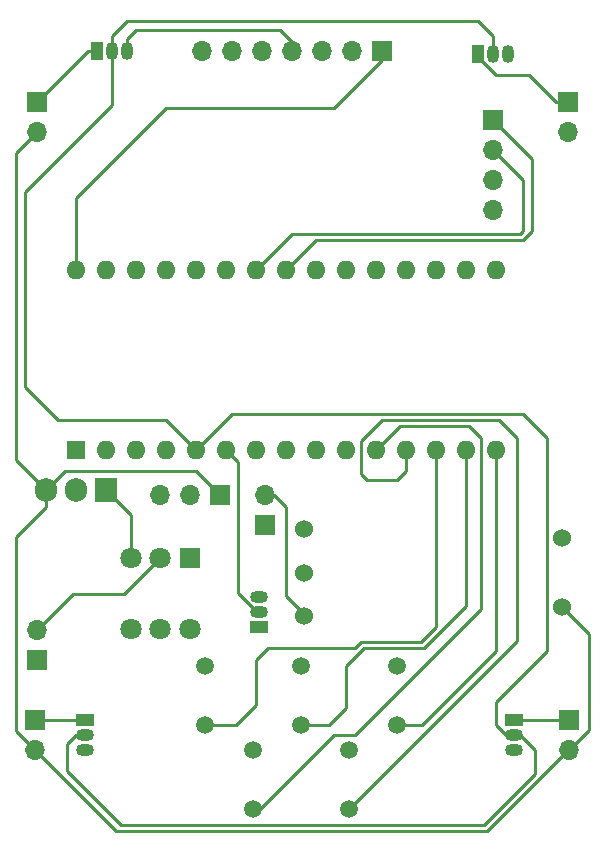
<source format=gbr>
%TF.GenerationSoftware,KiCad,Pcbnew,7.0.7*%
%TF.CreationDate,2025-03-26T10:17:05+05:30*%
%TF.ProjectId,VibAndHeat_Version1,56696241-6e64-4486-9561-745f56657273,rev?*%
%TF.SameCoordinates,Original*%
%TF.FileFunction,Copper,L1,Top*%
%TF.FilePolarity,Positive*%
%FSLAX46Y46*%
G04 Gerber Fmt 4.6, Leading zero omitted, Abs format (unit mm)*
G04 Created by KiCad (PCBNEW 7.0.7) date 2025-03-26 10:17:05*
%MOMM*%
%LPD*%
G01*
G04 APERTURE LIST*
%TA.AperFunction,ComponentPad*%
%ADD10R,1.500000X1.050000*%
%TD*%
%TA.AperFunction,ComponentPad*%
%ADD11O,1.500000X1.050000*%
%TD*%
%TA.AperFunction,ComponentPad*%
%ADD12R,1.700000X1.700000*%
%TD*%
%TA.AperFunction,ComponentPad*%
%ADD13O,1.700000X1.700000*%
%TD*%
%TA.AperFunction,ComponentPad*%
%ADD14R,1.600000X1.600000*%
%TD*%
%TA.AperFunction,ComponentPad*%
%ADD15O,1.600000X1.600000*%
%TD*%
%TA.AperFunction,ComponentPad*%
%ADD16R,1.050000X1.500000*%
%TD*%
%TA.AperFunction,ComponentPad*%
%ADD17O,1.050000X1.500000*%
%TD*%
%TA.AperFunction,ComponentPad*%
%ADD18R,1.905000X2.000000*%
%TD*%
%TA.AperFunction,ComponentPad*%
%ADD19O,1.905000X2.000000*%
%TD*%
%TA.AperFunction,ComponentPad*%
%ADD20C,1.524000*%
%TD*%
%TA.AperFunction,ComponentPad*%
%ADD21C,1.508000*%
%TD*%
%TA.AperFunction,ComponentPad*%
%ADD22R,1.800000X1.800000*%
%TD*%
%TA.AperFunction,ComponentPad*%
%ADD23C,1.800000*%
%TD*%
%TA.AperFunction,Conductor*%
%ADD24C,0.250000*%
%TD*%
G04 APERTURE END LIST*
D10*
%TO.P,Q2,1,E*%
%TO.N,Net-(J2-Pin_1)*%
X121158000Y-123698000D03*
D11*
%TO.P,Q2,2,B*%
%TO.N,VT-Motor*%
X121158000Y-124968000D03*
%TO.P,Q2,3,C*%
%TO.N,GND*%
X121158000Y-126238000D03*
%TD*%
D12*
%TO.P,J3,1,Pin_1*%
%TO.N,Net-(J3-Pin_1)*%
X162052000Y-71374000D03*
D13*
%TO.P,J3,2,Pin_2*%
%TO.N,Input_5v*%
X162052000Y-73914000D03*
%TD*%
D14*
%TO.P,Microcontroller1,1,D1/TX*%
%TO.N,unconnected-(Microcontroller1-D1{slash}TX-Pad1)*%
X120396000Y-100838000D03*
D15*
%TO.P,Microcontroller1,2,D0/RX*%
%TO.N,unconnected-(Microcontroller1-D0{slash}RX-Pad2)*%
X122936000Y-100838000D03*
%TO.P,Microcontroller1,3,~{RESET}*%
%TO.N,unconnected-(Microcontroller1-~{RESET}-Pad3)*%
X125476000Y-100838000D03*
%TO.P,Microcontroller1,4,GND*%
%TO.N,GND*%
X128016000Y-100838000D03*
%TO.P,Microcontroller1,5,D2*%
%TO.N,VT-Motor*%
X130556000Y-100838000D03*
%TO.P,Microcontroller1,6,D3*%
%TO.N,HT-Heater*%
X133096000Y-100838000D03*
%TO.P,Microcontroller1,7,D4*%
%TO.N,HT-Sensor*%
X135636000Y-100838000D03*
%TO.P,Microcontroller1,8,D5*%
%TO.N,TT-Enable*%
X138176000Y-100838000D03*
%TO.P,Microcontroller1,9,D6*%
%TO.N,TT-Input1*%
X140716000Y-100838000D03*
%TO.P,Microcontroller1,10,D7*%
%TO.N,TT-Input2*%
X143256000Y-100838000D03*
%TO.P,Microcontroller1,11,D8*%
%TO.N,SW-Start*%
X145796000Y-100838000D03*
%TO.P,Microcontroller1,12,D9*%
%TO.N,SW-Reset*%
X148336000Y-100838000D03*
%TO.P,Microcontroller1,13,D10*%
%TO.N,SW-Vibration*%
X150876000Y-100838000D03*
%TO.P,Microcontroller1,14,D11*%
%TO.N,SW-Heat*%
X153416000Y-100838000D03*
%TO.P,Microcontroller1,15,D12*%
%TO.N,SW-Tens*%
X155956000Y-100838000D03*
%TO.P,Microcontroller1,16,D13*%
%TO.N,unconnected-(Microcontroller1-D13-Pad16)*%
X155956000Y-85598000D03*
%TO.P,Microcontroller1,17,3V3*%
%TO.N,Output-3v3*%
X153416000Y-85598000D03*
%TO.P,Microcontroller1,18,AREF*%
%TO.N,unconnected-(Microcontroller1-AREF-Pad18)*%
X150876000Y-85598000D03*
%TO.P,Microcontroller1,19,A0*%
%TO.N,unconnected-(Microcontroller1-A0-Pad19)*%
X148336000Y-85598000D03*
%TO.P,Microcontroller1,20,A1*%
%TO.N,unconnected-(Microcontroller1-A1-Pad20)*%
X145796000Y-85598000D03*
%TO.P,Microcontroller1,21,A2*%
%TO.N,unconnected-(Microcontroller1-A2-Pad21)*%
X143256000Y-85598000D03*
%TO.P,Microcontroller1,22,A3*%
%TO.N,unconnected-(Microcontroller1-A3-Pad22)*%
X140716000Y-85598000D03*
%TO.P,Microcontroller1,23,A4*%
%TO.N,SDA_Display*%
X138176000Y-85598000D03*
%TO.P,Microcontroller1,24,A5*%
%TO.N,SCL_Display*%
X135636000Y-85598000D03*
%TO.P,Microcontroller1,25,A6*%
%TO.N,unconnected-(Microcontroller1-A6-Pad25)*%
X133096000Y-85598000D03*
%TO.P,Microcontroller1,26,A7*%
%TO.N,unconnected-(Microcontroller1-A7-Pad26)*%
X130556000Y-85598000D03*
%TO.P,Microcontroller1,27,+5V*%
%TO.N,unconnected-(Microcontroller1-+5V-Pad27)*%
X128016000Y-85598000D03*
%TO.P,Microcontroller1,28,~{RESET}*%
%TO.N,unconnected-(Microcontroller1-~{RESET}-Pad28)*%
X125476000Y-85598000D03*
%TO.P,Microcontroller1,29,GND*%
%TO.N,GND*%
X122936000Y-85598000D03*
%TO.P,Microcontroller1,30,VIN*%
%TO.N,Input_7v4*%
X120396000Y-85598000D03*
%TD*%
D12*
%TO.P,J1,1,Pin_1*%
%TO.N,Net-(J1-Pin_1)*%
X117094000Y-71374000D03*
D13*
%TO.P,J1,2,Pin_2*%
%TO.N,Input_5v*%
X117094000Y-73914000D03*
%TD*%
D16*
%TO.P,Q1,1,E*%
%TO.N,Net-(J1-Pin_1)*%
X122174000Y-67056000D03*
D17*
%TO.P,Q1,2,B*%
%TO.N,VT-Motor*%
X123444000Y-67056000D03*
%TO.P,Q1,3,C*%
%TO.N,GND*%
X124714000Y-67056000D03*
%TD*%
D12*
%TO.P,J6,1,Pin_1*%
%TO.N,GND*%
X117094000Y-118618000D03*
D13*
%TO.P,J6,2,Pin_2*%
%TO.N,Net-(J6-Pin_2)*%
X117094000Y-116078000D03*
%TD*%
D10*
%TO.P,Q5,1,E*%
%TO.N,Net-(J5-Pin_1)*%
X135890000Y-115824000D03*
D11*
%TO.P,Q5,2,B*%
%TO.N,HT-Heater*%
X135890000Y-114554000D03*
%TO.P,Q5,3,C*%
%TO.N,Net-(Q5-C)*%
X135890000Y-113284000D03*
%TD*%
D16*
%TO.P,Q3,1,E*%
%TO.N,Net-(J3-Pin_1)*%
X154432000Y-67310000D03*
D17*
%TO.P,Q3,2,B*%
%TO.N,VT-Motor*%
X155702000Y-67310000D03*
%TO.P,Q3,3,C*%
%TO.N,GND*%
X156972000Y-67310000D03*
%TD*%
D18*
%TO.P,U3,1,IN*%
%TO.N,Input_7v4*%
X122936000Y-104211000D03*
D19*
%TO.P,U3,2,GND*%
%TO.N,GND*%
X120396000Y-104211000D03*
%TO.P,U3,3,OUT*%
%TO.N,Input_5v*%
X117856000Y-104211000D03*
%TD*%
D20*
%TO.P,U2,1,VIN*%
%TO.N,Input_5v*%
X161544000Y-114124000D03*
%TO.P,U2,2,GND1*%
%TO.N,GND*%
X161544000Y-108282000D03*
%TO.P,U2,3,VOUT+*%
%TO.N,Net-(J5-Pin_2)*%
X139700000Y-114886000D03*
%TO.P,U2,4,GND2*%
%TO.N,Net-(Q5-C)*%
X139700000Y-111203000D03*
%TO.P,U2,5,VOUT-*%
%TO.N,unconnected-(U2-VOUT--Pad5)*%
X139700000Y-107520000D03*
%TD*%
D12*
%TO.P,J4,1,Pin_1*%
%TO.N,Net-(J4-Pin_1)*%
X162158000Y-123698000D03*
D13*
%TO.P,J4,2,Pin_2*%
%TO.N,Input_5v*%
X162158000Y-126238000D03*
%TD*%
D12*
%TO.P,J2,1,Pin_1*%
%TO.N,Net-(J2-Pin_1)*%
X116946000Y-123698000D03*
D13*
%TO.P,J2,2,Pin_2*%
%TO.N,Input_5v*%
X116946000Y-126238000D03*
%TD*%
D10*
%TO.P,Q4,1,E*%
%TO.N,Net-(J4-Pin_1)*%
X157480000Y-123698000D03*
D11*
%TO.P,Q4,2,B*%
%TO.N,VT-Motor*%
X157480000Y-124968000D03*
%TO.P,Q4,3,C*%
%TO.N,GND*%
X157480000Y-126238000D03*
%TD*%
D12*
%TO.P,U1,1,VCC*%
%TO.N,Input_5v*%
X132588000Y-104648000D03*
D13*
%TO.P,U1,2,IO*%
%TO.N,HT-Sensor*%
X130048000Y-104648000D03*
%TO.P,U1,3,GND*%
%TO.N,GND*%
X127508000Y-104648000D03*
%TD*%
D21*
%TO.P,Button5,1*%
%TO.N,SW-Tens*%
X147574000Y-124126000D03*
%TO.P,Button5,2*%
%TO.N,GND*%
X147574000Y-119126000D03*
%TD*%
D12*
%TO.P,J7,1,Pin_1*%
%TO.N,SDA_Display*%
X155702000Y-72898000D03*
D13*
%TO.P,J7,2,Pin_2*%
%TO.N,SCL_Display*%
X155702000Y-75438000D03*
%TO.P,J7,3,Pin_3*%
%TO.N,Output-3v3*%
X155702000Y-77978000D03*
%TO.P,J7,4,Pin_4*%
%TO.N,GND*%
X155702000Y-80518000D03*
%TD*%
D21*
%TO.P,Button2,1*%
%TO.N,SW-Reset*%
X143510000Y-131238000D03*
%TO.P,Button2,2*%
%TO.N,GND*%
X143510000Y-126238000D03*
%TD*%
%TO.P,Button4,1*%
%TO.N,SW-Heat*%
X139446000Y-124126000D03*
%TO.P,Button4,2*%
%TO.N,GND*%
X139446000Y-119126000D03*
%TD*%
%TO.P,Button3,1*%
%TO.N,SW-Vibration*%
X131318000Y-124126000D03*
%TO.P,Button3,2*%
%TO.N,GND*%
X131318000Y-119126000D03*
%TD*%
%TO.P,Button1,1*%
%TO.N,SW-Start*%
X135382000Y-131238000D03*
%TO.P,Button1,2*%
%TO.N,GND*%
X135382000Y-126238000D03*
%TD*%
D22*
%TO.P,SW1,1,A*%
%TO.N,unconnected-(SW1-A-Pad1)*%
X130048000Y-109982000D03*
D23*
%TO.P,SW1,2,B*%
%TO.N,Net-(J6-Pin_2)*%
X127548000Y-109982000D03*
%TO.P,SW1,3,C*%
%TO.N,Input_7v4*%
X125048000Y-109982000D03*
%TO.P,SW1,4,A*%
%TO.N,unconnected-(SW1-A-Pad4)*%
X130048000Y-115982000D03*
%TO.P,SW1,5,B*%
%TO.N,unconnected-(SW1-B-Pad5)*%
X127548000Y-115982000D03*
%TO.P,SW1,6,C*%
%TO.N,unconnected-(SW1-C-Pad6)*%
X125048000Y-115982000D03*
%TD*%
D12*
%TO.P,J8,1,Pin_1*%
%TO.N,Input_7v4*%
X146309000Y-67056000D03*
D13*
%TO.P,J8,2,Pin_2*%
%TO.N,Input_5v*%
X143769000Y-67056000D03*
%TO.P,J8,3,Pin_3*%
%TO.N,Output-3v3*%
X141229000Y-67056000D03*
%TO.P,J8,4,Pin_4*%
%TO.N,GND*%
X138689000Y-67056000D03*
%TO.P,J8,5,Pin_5*%
%TO.N,TT-Input2*%
X136149000Y-67056000D03*
%TO.P,J8,6,Pin_6*%
%TO.N,TT-Input1*%
X133609000Y-67056000D03*
%TO.P,J8,7,Pin_7*%
%TO.N,TT-Enable*%
X131069000Y-67056000D03*
%TD*%
D12*
%TO.P,J5,1,Pin_1*%
%TO.N,Net-(J5-Pin_1)*%
X136398000Y-107193000D03*
D13*
%TO.P,J5,2,Pin_2*%
%TO.N,Net-(J5-Pin_2)*%
X136398000Y-104653000D03*
%TD*%
D24*
%TO.N,SW-Start*%
X154686000Y-99822000D02*
X154686000Y-114300000D01*
X145796000Y-100838000D02*
X147828000Y-98806000D01*
X147828000Y-98806000D02*
X153670000Y-98806000D01*
X135970000Y-131238000D02*
X135382000Y-131238000D01*
X153670000Y-98806000D02*
X154686000Y-99822000D01*
X144018000Y-124968000D02*
X142240000Y-124968000D01*
X154686000Y-114300000D02*
X144018000Y-124968000D01*
X142240000Y-124968000D02*
X135970000Y-131238000D01*
%TO.N,GND*%
X137668000Y-65278000D02*
X138689000Y-66299000D01*
X125476000Y-65278000D02*
X137668000Y-65278000D01*
X124714000Y-67056000D02*
X124714000Y-66040000D01*
X138689000Y-66299000D02*
X138689000Y-67056000D01*
X124714000Y-66040000D02*
X125476000Y-65278000D01*
%TO.N,SW-Reset*%
X146304000Y-98298000D02*
X156210000Y-98298000D01*
X143527198Y-131238000D02*
X143510000Y-131238000D01*
X147574000Y-103378000D02*
X145034000Y-103378000D01*
X148336000Y-102616000D02*
X147574000Y-103378000D01*
X157734000Y-117031198D02*
X143527198Y-131238000D01*
X144526000Y-102870000D02*
X144526000Y-100076000D01*
X145034000Y-103378000D02*
X144526000Y-102870000D01*
X157734000Y-99822000D02*
X157734000Y-117031198D01*
X156210000Y-98298000D02*
X157734000Y-99822000D01*
X144526000Y-100076000D02*
X146304000Y-98298000D01*
X148336000Y-100838000D02*
X148336000Y-102616000D01*
%TO.N,SW-Vibration*%
X135636000Y-122428000D02*
X135636000Y-118618000D01*
X131318000Y-124126000D02*
X133938000Y-124126000D01*
X136652000Y-117602000D02*
X144018000Y-117602000D01*
X144526000Y-117094000D02*
X149606000Y-117094000D01*
X135636000Y-118618000D02*
X136652000Y-117602000D01*
X149606000Y-117094000D02*
X150876000Y-115824000D01*
X133938000Y-124126000D02*
X135636000Y-122428000D01*
X144018000Y-117602000D02*
X144526000Y-117094000D01*
X150876000Y-115824000D02*
X150876000Y-100838000D01*
%TO.N,SW-Heat*%
X143256000Y-122682000D02*
X143256000Y-119126000D01*
X153416000Y-114046000D02*
X153416000Y-100838000D01*
X141812000Y-124126000D02*
X143256000Y-122682000D01*
X139446000Y-124126000D02*
X141812000Y-124126000D01*
X144780000Y-117602000D02*
X149860000Y-117602000D01*
X149860000Y-117602000D02*
X153416000Y-114046000D01*
X143256000Y-119126000D02*
X144780000Y-117602000D01*
%TO.N,SW-Tens*%
X149686000Y-124126000D02*
X155956000Y-117856000D01*
X147574000Y-124126000D02*
X149686000Y-124126000D01*
X155956000Y-117856000D02*
X155956000Y-100838000D01*
%TO.N,Net-(J1-Pin_1)*%
X117094000Y-71374000D02*
X121412000Y-67056000D01*
X121412000Y-67056000D02*
X122174000Y-67056000D01*
%TO.N,Input_7v4*%
X120396000Y-79502000D02*
X120396000Y-85598000D01*
X125048000Y-109982000D02*
X125048000Y-106346000D01*
X146309000Y-67056000D02*
X146309000Y-67813000D01*
X122936000Y-104211000D02*
X125059500Y-106334500D01*
X128016000Y-71882000D02*
X120396000Y-79502000D01*
X146309000Y-67813000D02*
X142240000Y-71882000D01*
X125048000Y-106346000D02*
X125059500Y-106334500D01*
X142240000Y-71882000D02*
X128016000Y-71882000D01*
%TO.N,Net-(J2-Pin_1)*%
X116946000Y-123698000D02*
X121158000Y-123698000D01*
%TO.N,Net-(J3-Pin_1)*%
X158750000Y-69088000D02*
X161036000Y-71374000D01*
X154432000Y-67535000D02*
X155985000Y-69088000D01*
X155985000Y-69088000D02*
X158750000Y-69088000D01*
X161036000Y-71374000D02*
X162052000Y-71374000D01*
X154432000Y-67310000D02*
X154432000Y-67535000D01*
%TO.N,Net-(J4-Pin_1)*%
X157480000Y-123698000D02*
X162158000Y-123698000D01*
%TO.N,Net-(J5-Pin_2)*%
X138176000Y-113186000D02*
X138176000Y-105669000D01*
X139700000Y-114886000D02*
X139876000Y-114886000D01*
X139876000Y-114886000D02*
X138176000Y-113186000D01*
X137160000Y-104653000D02*
X136398000Y-104653000D01*
X138176000Y-105669000D02*
X137160000Y-104653000D01*
%TO.N,Net-(J6-Pin_2)*%
X117094000Y-116078000D02*
X120142000Y-113030000D01*
X124500000Y-113030000D02*
X127548000Y-109982000D01*
X120142000Y-113030000D02*
X124500000Y-113030000D01*
%TO.N,SDA_Display*%
X138176000Y-85598000D02*
X140716000Y-83058000D01*
X159004000Y-76200000D02*
X155702000Y-72898000D01*
X158242000Y-83058000D02*
X159004000Y-82296000D01*
X159004000Y-82296000D02*
X159004000Y-76200000D01*
X140716000Y-83058000D02*
X158242000Y-83058000D01*
%TO.N,SCL_Display*%
X158242000Y-77978000D02*
X155702000Y-75438000D01*
X158242000Y-82296000D02*
X158242000Y-77978000D01*
X157988000Y-82550000D02*
X158242000Y-82296000D01*
X138684000Y-82550000D02*
X157988000Y-82550000D01*
X135636000Y-85598000D02*
X138684000Y-82550000D01*
%TO.N,VT-Motor*%
X155702000Y-65786000D02*
X154432000Y-64516000D01*
X159258000Y-126196000D02*
X158030000Y-124968000D01*
X156825000Y-124968000D02*
X155956000Y-124099000D01*
X123444000Y-65786000D02*
X123444000Y-67056000D01*
X155702000Y-67310000D02*
X155702000Y-65786000D01*
X133604000Y-97790000D02*
X130556000Y-100838000D01*
X155956000Y-124099000D02*
X155956000Y-122174000D01*
X128016000Y-98298000D02*
X130556000Y-100838000D01*
X116078000Y-95504000D02*
X118872000Y-98298000D01*
X124714000Y-64516000D02*
X123444000Y-65786000D01*
X158030000Y-124968000D02*
X157480000Y-124968000D01*
X116078000Y-78994000D02*
X116078000Y-95504000D01*
X123444000Y-71628000D02*
X116078000Y-78994000D01*
X160274000Y-117856000D02*
X160274000Y-99822000D01*
X120396000Y-124968000D02*
X119634000Y-125730000D01*
X155956000Y-122174000D02*
X160274000Y-117856000D01*
X160274000Y-99822000D02*
X158242000Y-97790000D01*
X159258000Y-128270000D02*
X159258000Y-126196000D01*
X119634000Y-125730000D02*
X119634000Y-128016000D01*
X154940000Y-132588000D02*
X159258000Y-128270000D01*
X119634000Y-128016000D02*
X124206000Y-132588000D01*
X154432000Y-64516000D02*
X124714000Y-64516000D01*
X123444000Y-67056000D02*
X123444000Y-71628000D01*
X158242000Y-97790000D02*
X133604000Y-97790000D01*
X121158000Y-124968000D02*
X120396000Y-124968000D01*
X124206000Y-132588000D02*
X154940000Y-132588000D01*
X118872000Y-98298000D02*
X128016000Y-98298000D01*
X157480000Y-124968000D02*
X156825000Y-124968000D01*
%TO.N,HT-Heater*%
X135890000Y-114554000D02*
X135732918Y-114554000D01*
X135732918Y-114554000D02*
X134112000Y-112933082D01*
X134112000Y-101854000D02*
X133096000Y-100838000D01*
X134112000Y-112933082D02*
X134112000Y-101854000D01*
%TO.N,Input_5v*%
X117856000Y-104211000D02*
X119451000Y-102616000D01*
X115316000Y-108204000D02*
X117856000Y-105664000D01*
X117856000Y-104211000D02*
X115316000Y-101671000D01*
X130556000Y-102616000D02*
X132588000Y-104648000D01*
X119451000Y-102616000D02*
X130556000Y-102616000D01*
X123804000Y-133096000D02*
X116946000Y-126238000D01*
X155194000Y-133096000D02*
X123804000Y-133096000D01*
X163830000Y-124566000D02*
X163830000Y-116410000D01*
X116946000Y-126238000D02*
X115316000Y-124608000D01*
X115316000Y-75692000D02*
X117094000Y-73914000D01*
X117856000Y-105664000D02*
X117856000Y-104211000D01*
X162052000Y-126238000D02*
X155194000Y-133096000D01*
X162158000Y-126238000D02*
X163830000Y-124566000D01*
X115316000Y-124608000D02*
X115316000Y-108204000D01*
X163830000Y-116410000D02*
X161544000Y-114124000D01*
X115316000Y-101671000D02*
X115316000Y-75692000D01*
X162158000Y-126238000D02*
X162052000Y-126238000D01*
%TD*%
M02*

</source>
